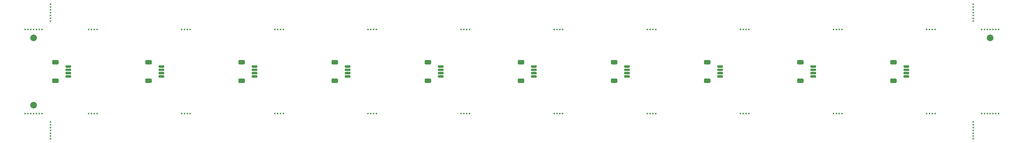
<source format=gts>
G04 #@! TF.GenerationSoftware,KiCad,Pcbnew,6.0.2+dfsg-1*
G04 #@! TF.CreationDate,2023-03-16T21:42:12-06:00*
G04 #@! TF.ProjectId,ckt-dingdong-spk-array,636b742d-6469-46e6-9764-6f6e672d7370,rev?*
G04 #@! TF.SameCoordinates,Original*
G04 #@! TF.FileFunction,Soldermask,Top*
G04 #@! TF.FilePolarity,Negative*
%FSLAX46Y46*%
G04 Gerber Fmt 4.6, Leading zero omitted, Abs format (unit mm)*
G04 Created by KiCad (PCBNEW 6.0.2+dfsg-1) date 2023-03-16 21:42:12*
%MOMM*%
%LPD*%
G01*
G04 APERTURE LIST*
%ADD10C,0.500000*%
%ADD11C,2.000000*%
G04 APERTURE END LIST*
D10*
X10070000Y-58946666D03*
X275500000Y-27620000D03*
G36*
G01*
X210327000Y-38443800D02*
X211577000Y-38443800D01*
G75*
G02*
X211803200Y-38670000I0J-226200D01*
G01*
X211803200Y-38970000D01*
G75*
G02*
X211577000Y-39196200I-226200J0D01*
G01*
X210327000Y-39196200D01*
G75*
G02*
X210100800Y-38970000I0J226200D01*
G01*
X210100800Y-38670000D01*
G75*
G02*
X210327000Y-38443800I226200J0D01*
G01*
G37*
G36*
G01*
X210327000Y-39443800D02*
X211577000Y-39443800D01*
G75*
G02*
X211803200Y-39670000I0J-226200D01*
G01*
X211803200Y-39970000D01*
G75*
G02*
X211577000Y-40196200I-226200J0D01*
G01*
X210327000Y-40196200D01*
G75*
G02*
X210100800Y-39970000I0J226200D01*
G01*
X210100800Y-39670000D01*
G75*
G02*
X210327000Y-39443800I226200J0D01*
G01*
G37*
G36*
G01*
X210327000Y-40443800D02*
X211577000Y-40443800D01*
G75*
G02*
X211803200Y-40670000I0J-226200D01*
G01*
X211803200Y-40970000D01*
G75*
G02*
X211577000Y-41196200I-226200J0D01*
G01*
X210327000Y-41196200D01*
G75*
G02*
X210100800Y-40970000I0J226200D01*
G01*
X210100800Y-40670000D01*
G75*
G02*
X210327000Y-40443800I226200J0D01*
G01*
G37*
G36*
G01*
X210327000Y-41443800D02*
X211577000Y-41443800D01*
G75*
G02*
X211803200Y-41670000I0J-226200D01*
G01*
X211803200Y-41970000D01*
G75*
G02*
X211577000Y-42196200I-226200J0D01*
G01*
X210327000Y-42196200D01*
G75*
G02*
X210100800Y-41970000I0J226200D01*
G01*
X210100800Y-41670000D01*
G75*
G02*
X210327000Y-41443800I226200J0D01*
G01*
G37*
G36*
G01*
X206427000Y-42443800D02*
X207727000Y-42443800D01*
G75*
G02*
X208053200Y-42770000I0J-326200D01*
G01*
X208053200Y-43470000D01*
G75*
G02*
X207727000Y-43796200I-326200J0D01*
G01*
X206427000Y-43796200D01*
G75*
G02*
X206100800Y-43470000I0J326200D01*
G01*
X206100800Y-42770000D01*
G75*
G02*
X206427000Y-42443800I326200J0D01*
G01*
G37*
G36*
G01*
X206427000Y-36843800D02*
X207727000Y-36843800D01*
G75*
G02*
X208053200Y-37170000I0J-326200D01*
G01*
X208053200Y-37870000D01*
G75*
G02*
X207727000Y-38196200I-326200J0D01*
G01*
X206427000Y-38196200D01*
G75*
G02*
X206100800Y-37870000I0J326200D01*
G01*
X206100800Y-37170000D01*
G75*
G02*
X206427000Y-36843800I326200J0D01*
G01*
G37*
X10070000Y-55560000D03*
X286930000Y-58100000D03*
X23193333Y-53020000D03*
X190833333Y-27620000D03*
X10070000Y-22540000D03*
X247560000Y-27620000D03*
X217926666Y-53020000D03*
X4990000Y-27620000D03*
X10070000Y-60640000D03*
X134106666Y-53020000D03*
X7530000Y-27620000D03*
G36*
G01*
X14747000Y-38443800D02*
X15997000Y-38443800D01*
G75*
G02*
X16223200Y-38670000I0J-226200D01*
G01*
X16223200Y-38970000D01*
G75*
G02*
X15997000Y-39196200I-226200J0D01*
G01*
X14747000Y-39196200D01*
G75*
G02*
X14520800Y-38970000I0J226200D01*
G01*
X14520800Y-38670000D01*
G75*
G02*
X14747000Y-38443800I226200J0D01*
G01*
G37*
G36*
G01*
X14747000Y-39443800D02*
X15997000Y-39443800D01*
G75*
G02*
X16223200Y-39670000I0J-226200D01*
G01*
X16223200Y-39970000D01*
G75*
G02*
X15997000Y-40196200I-226200J0D01*
G01*
X14747000Y-40196200D01*
G75*
G02*
X14520800Y-39970000I0J226200D01*
G01*
X14520800Y-39670000D01*
G75*
G02*
X14747000Y-39443800I226200J0D01*
G01*
G37*
G36*
G01*
X14747000Y-40443800D02*
X15997000Y-40443800D01*
G75*
G02*
X16223200Y-40670000I0J-226200D01*
G01*
X16223200Y-40970000D01*
G75*
G02*
X15997000Y-41196200I-226200J0D01*
G01*
X14747000Y-41196200D01*
G75*
G02*
X14520800Y-40970000I0J226200D01*
G01*
X14520800Y-40670000D01*
G75*
G02*
X14747000Y-40443800I226200J0D01*
G01*
G37*
G36*
G01*
X14747000Y-41443800D02*
X15997000Y-41443800D01*
G75*
G02*
X16223200Y-41670000I0J-226200D01*
G01*
X16223200Y-41970000D01*
G75*
G02*
X15997000Y-42196200I-226200J0D01*
G01*
X14747000Y-42196200D01*
G75*
G02*
X14520800Y-41970000I0J226200D01*
G01*
X14520800Y-41670000D01*
G75*
G02*
X14747000Y-41443800I226200J0D01*
G01*
G37*
G36*
G01*
X10847000Y-36843800D02*
X12147000Y-36843800D01*
G75*
G02*
X12473200Y-37170000I0J-326200D01*
G01*
X12473200Y-37870000D01*
G75*
G02*
X12147000Y-38196200I-326200J0D01*
G01*
X10847000Y-38196200D01*
G75*
G02*
X10520800Y-37870000I0J326200D01*
G01*
X10520800Y-37170000D01*
G75*
G02*
X10847000Y-36843800I326200J0D01*
G01*
G37*
G36*
G01*
X10847000Y-42443800D02*
X12147000Y-42443800D01*
G75*
G02*
X12473200Y-42770000I0J-326200D01*
G01*
X12473200Y-43470000D01*
G75*
G02*
X12147000Y-43796200I-326200J0D01*
G01*
X10847000Y-43796200D01*
G75*
G02*
X10520800Y-43470000I0J326200D01*
G01*
X10520800Y-42770000D01*
G75*
G02*
X10847000Y-42443800I326200J0D01*
G01*
G37*
X49440000Y-53020000D03*
X133260000Y-27620000D03*
X289470000Y-27620000D03*
X218773333Y-27620000D03*
X274653333Y-53020000D03*
X105320000Y-27620000D03*
X6683334Y-53020000D03*
X272960000Y-27620000D03*
X286930000Y-22540000D03*
X286930000Y-20000000D03*
G36*
G01*
X126507000Y-38443800D02*
X127757000Y-38443800D01*
G75*
G02*
X127983200Y-38670000I0J-226200D01*
G01*
X127983200Y-38970000D01*
G75*
G02*
X127757000Y-39196200I-226200J0D01*
G01*
X126507000Y-39196200D01*
G75*
G02*
X126280800Y-38970000I0J226200D01*
G01*
X126280800Y-38670000D01*
G75*
G02*
X126507000Y-38443800I226200J0D01*
G01*
G37*
G36*
G01*
X126507000Y-39443800D02*
X127757000Y-39443800D01*
G75*
G02*
X127983200Y-39670000I0J-226200D01*
G01*
X127983200Y-39970000D01*
G75*
G02*
X127757000Y-40196200I-226200J0D01*
G01*
X126507000Y-40196200D01*
G75*
G02*
X126280800Y-39970000I0J226200D01*
G01*
X126280800Y-39670000D01*
G75*
G02*
X126507000Y-39443800I226200J0D01*
G01*
G37*
G36*
G01*
X126507000Y-40443800D02*
X127757000Y-40443800D01*
G75*
G02*
X127983200Y-40670000I0J-226200D01*
G01*
X127983200Y-40970000D01*
G75*
G02*
X127757000Y-41196200I-226200J0D01*
G01*
X126507000Y-41196200D01*
G75*
G02*
X126280800Y-40970000I0J226200D01*
G01*
X126280800Y-40670000D01*
G75*
G02*
X126507000Y-40443800I226200J0D01*
G01*
G37*
G36*
G01*
X126507000Y-41443800D02*
X127757000Y-41443800D01*
G75*
G02*
X127983200Y-41670000I0J-226200D01*
G01*
X127983200Y-41970000D01*
G75*
G02*
X127757000Y-42196200I-226200J0D01*
G01*
X126507000Y-42196200D01*
G75*
G02*
X126280800Y-41970000I0J226200D01*
G01*
X126280800Y-41670000D01*
G75*
G02*
X126507000Y-41443800I226200J0D01*
G01*
G37*
G36*
G01*
X122607000Y-36843800D02*
X123907000Y-36843800D01*
G75*
G02*
X124233200Y-37170000I0J-326200D01*
G01*
X124233200Y-37870000D01*
G75*
G02*
X123907000Y-38196200I-326200J0D01*
G01*
X122607000Y-38196200D01*
G75*
G02*
X122280800Y-37870000I0J326200D01*
G01*
X122280800Y-37170000D01*
G75*
G02*
X122607000Y-36843800I326200J0D01*
G01*
G37*
G36*
G01*
X122607000Y-42443800D02*
X123907000Y-42443800D01*
G75*
G02*
X124233200Y-42770000I0J-326200D01*
G01*
X124233200Y-43470000D01*
G75*
G02*
X123907000Y-43796200I-326200J0D01*
G01*
X122607000Y-43796200D01*
G75*
G02*
X122280800Y-43470000I0J326200D01*
G01*
X122280800Y-42770000D01*
G75*
G02*
X122607000Y-42443800I326200J0D01*
G01*
G37*
X286930000Y-58946666D03*
X10070000Y-20846667D03*
X217926666Y-27620000D03*
X291163333Y-27620000D03*
X21500000Y-27620000D03*
X191680000Y-53020000D03*
X292856666Y-53020000D03*
X105320000Y-53020000D03*
X51133333Y-53020000D03*
X107860000Y-27620000D03*
X286930000Y-55560000D03*
X107013333Y-27620000D03*
X274653333Y-27620000D03*
X189986666Y-53020000D03*
X189140000Y-53020000D03*
X10070000Y-24233334D03*
X10070000Y-20000000D03*
X272960000Y-53020000D03*
X293703333Y-27620000D03*
X78226666Y-53020000D03*
X107013333Y-53020000D03*
G36*
G01*
X266207000Y-38443800D02*
X267457000Y-38443800D01*
G75*
G02*
X267683200Y-38670000I0J-226200D01*
G01*
X267683200Y-38970000D01*
G75*
G02*
X267457000Y-39196200I-226200J0D01*
G01*
X266207000Y-39196200D01*
G75*
G02*
X265980800Y-38970000I0J226200D01*
G01*
X265980800Y-38670000D01*
G75*
G02*
X266207000Y-38443800I226200J0D01*
G01*
G37*
G36*
G01*
X266207000Y-39443800D02*
X267457000Y-39443800D01*
G75*
G02*
X267683200Y-39670000I0J-226200D01*
G01*
X267683200Y-39970000D01*
G75*
G02*
X267457000Y-40196200I-226200J0D01*
G01*
X266207000Y-40196200D01*
G75*
G02*
X265980800Y-39970000I0J226200D01*
G01*
X265980800Y-39670000D01*
G75*
G02*
X266207000Y-39443800I226200J0D01*
G01*
G37*
G36*
G01*
X266207000Y-40443800D02*
X267457000Y-40443800D01*
G75*
G02*
X267683200Y-40670000I0J-226200D01*
G01*
X267683200Y-40970000D01*
G75*
G02*
X267457000Y-41196200I-226200J0D01*
G01*
X266207000Y-41196200D01*
G75*
G02*
X265980800Y-40970000I0J226200D01*
G01*
X265980800Y-40670000D01*
G75*
G02*
X266207000Y-40443800I226200J0D01*
G01*
G37*
G36*
G01*
X266207000Y-41443800D02*
X267457000Y-41443800D01*
G75*
G02*
X267683200Y-41670000I0J-226200D01*
G01*
X267683200Y-41970000D01*
G75*
G02*
X267457000Y-42196200I-226200J0D01*
G01*
X266207000Y-42196200D01*
G75*
G02*
X265980800Y-41970000I0J226200D01*
G01*
X265980800Y-41670000D01*
G75*
G02*
X266207000Y-41443800I226200J0D01*
G01*
G37*
G36*
G01*
X262307000Y-36843800D02*
X263607000Y-36843800D01*
G75*
G02*
X263933200Y-37170000I0J-326200D01*
G01*
X263933200Y-37870000D01*
G75*
G02*
X263607000Y-38196200I-326200J0D01*
G01*
X262307000Y-38196200D01*
G75*
G02*
X261980800Y-37870000I0J326200D01*
G01*
X261980800Y-37170000D01*
G75*
G02*
X262307000Y-36843800I326200J0D01*
G01*
G37*
G36*
G01*
X262307000Y-42443800D02*
X263607000Y-42443800D01*
G75*
G02*
X263933200Y-42770000I0J-326200D01*
G01*
X263933200Y-43470000D01*
G75*
G02*
X263607000Y-43796200I-326200J0D01*
G01*
X262307000Y-43796200D01*
G75*
G02*
X261980800Y-43470000I0J326200D01*
G01*
X261980800Y-42770000D01*
G75*
G02*
X262307000Y-42443800I326200J0D01*
G01*
G37*
X2450000Y-27620000D03*
X4143334Y-27620000D03*
X190833333Y-53020000D03*
X49440000Y-27620000D03*
X106166666Y-27620000D03*
X246713333Y-27620000D03*
X161200000Y-27620000D03*
X162046666Y-27620000D03*
X50286666Y-27620000D03*
X294550000Y-53020000D03*
X10070000Y-21693334D03*
X24040000Y-27620000D03*
X246713333Y-53020000D03*
X286930000Y-23386667D03*
X135800000Y-27620000D03*
X191680000Y-27620000D03*
X107860000Y-53020000D03*
X22346667Y-53020000D03*
X51980000Y-53020000D03*
X290316666Y-53020000D03*
X51980000Y-27620000D03*
X290316666Y-27620000D03*
X10070000Y-57253333D03*
X292010000Y-53020000D03*
X289470000Y-53020000D03*
G36*
G01*
X98567000Y-38443800D02*
X99817000Y-38443800D01*
G75*
G02*
X100043200Y-38670000I0J-226200D01*
G01*
X100043200Y-38970000D01*
G75*
G02*
X99817000Y-39196200I-226200J0D01*
G01*
X98567000Y-39196200D01*
G75*
G02*
X98340800Y-38970000I0J226200D01*
G01*
X98340800Y-38670000D01*
G75*
G02*
X98567000Y-38443800I226200J0D01*
G01*
G37*
G36*
G01*
X98567000Y-39443800D02*
X99817000Y-39443800D01*
G75*
G02*
X100043200Y-39670000I0J-226200D01*
G01*
X100043200Y-39970000D01*
G75*
G02*
X99817000Y-40196200I-226200J0D01*
G01*
X98567000Y-40196200D01*
G75*
G02*
X98340800Y-39970000I0J226200D01*
G01*
X98340800Y-39670000D01*
G75*
G02*
X98567000Y-39443800I226200J0D01*
G01*
G37*
G36*
G01*
X98567000Y-40443800D02*
X99817000Y-40443800D01*
G75*
G02*
X100043200Y-40670000I0J-226200D01*
G01*
X100043200Y-40970000D01*
G75*
G02*
X99817000Y-41196200I-226200J0D01*
G01*
X98567000Y-41196200D01*
G75*
G02*
X98340800Y-40970000I0J226200D01*
G01*
X98340800Y-40670000D01*
G75*
G02*
X98567000Y-40443800I226200J0D01*
G01*
G37*
G36*
G01*
X98567000Y-41443800D02*
X99817000Y-41443800D01*
G75*
G02*
X100043200Y-41670000I0J-226200D01*
G01*
X100043200Y-41970000D01*
G75*
G02*
X99817000Y-42196200I-226200J0D01*
G01*
X98567000Y-42196200D01*
G75*
G02*
X98340800Y-41970000I0J226200D01*
G01*
X98340800Y-41670000D01*
G75*
G02*
X98567000Y-41443800I226200J0D01*
G01*
G37*
G36*
G01*
X94667000Y-36843800D02*
X95967000Y-36843800D01*
G75*
G02*
X96293200Y-37170000I0J-326200D01*
G01*
X96293200Y-37870000D01*
G75*
G02*
X95967000Y-38196200I-326200J0D01*
G01*
X94667000Y-38196200D01*
G75*
G02*
X94340800Y-37870000I0J326200D01*
G01*
X94340800Y-37170000D01*
G75*
G02*
X94667000Y-36843800I326200J0D01*
G01*
G37*
G36*
G01*
X94667000Y-42443800D02*
X95967000Y-42443800D01*
G75*
G02*
X96293200Y-42770000I0J-326200D01*
G01*
X96293200Y-43470000D01*
G75*
G02*
X95967000Y-43796200I-326200J0D01*
G01*
X94667000Y-43796200D01*
G75*
G02*
X94340800Y-43470000I0J326200D01*
G01*
X94340800Y-42770000D01*
G75*
G02*
X94667000Y-42443800I326200J0D01*
G01*
G37*
X7530000Y-53020000D03*
X21500000Y-53020000D03*
X291163333Y-53020000D03*
X135800000Y-53020000D03*
X2450000Y-53020000D03*
X133260000Y-53020000D03*
X106166666Y-53020000D03*
X134953333Y-53020000D03*
X5836667Y-53020000D03*
X245020000Y-53020000D03*
X162893333Y-27620000D03*
X51133333Y-27620000D03*
X10070000Y-25080000D03*
G36*
G01*
X238267000Y-38443800D02*
X239517000Y-38443800D01*
G75*
G02*
X239743200Y-38670000I0J-226200D01*
G01*
X239743200Y-38970000D01*
G75*
G02*
X239517000Y-39196200I-226200J0D01*
G01*
X238267000Y-39196200D01*
G75*
G02*
X238040800Y-38970000I0J226200D01*
G01*
X238040800Y-38670000D01*
G75*
G02*
X238267000Y-38443800I226200J0D01*
G01*
G37*
G36*
G01*
X238267000Y-39443800D02*
X239517000Y-39443800D01*
G75*
G02*
X239743200Y-39670000I0J-226200D01*
G01*
X239743200Y-39970000D01*
G75*
G02*
X239517000Y-40196200I-226200J0D01*
G01*
X238267000Y-40196200D01*
G75*
G02*
X238040800Y-39970000I0J226200D01*
G01*
X238040800Y-39670000D01*
G75*
G02*
X238267000Y-39443800I226200J0D01*
G01*
G37*
G36*
G01*
X238267000Y-40443800D02*
X239517000Y-40443800D01*
G75*
G02*
X239743200Y-40670000I0J-226200D01*
G01*
X239743200Y-40970000D01*
G75*
G02*
X239517000Y-41196200I-226200J0D01*
G01*
X238267000Y-41196200D01*
G75*
G02*
X238040800Y-40970000I0J226200D01*
G01*
X238040800Y-40670000D01*
G75*
G02*
X238267000Y-40443800I226200J0D01*
G01*
G37*
G36*
G01*
X238267000Y-41443800D02*
X239517000Y-41443800D01*
G75*
G02*
X239743200Y-41670000I0J-226200D01*
G01*
X239743200Y-41970000D01*
G75*
G02*
X239517000Y-42196200I-226200J0D01*
G01*
X238267000Y-42196200D01*
G75*
G02*
X238040800Y-41970000I0J226200D01*
G01*
X238040800Y-41670000D01*
G75*
G02*
X238267000Y-41443800I226200J0D01*
G01*
G37*
G36*
G01*
X234367000Y-36843800D02*
X235667000Y-36843800D01*
G75*
G02*
X235993200Y-37170000I0J-326200D01*
G01*
X235993200Y-37870000D01*
G75*
G02*
X235667000Y-38196200I-326200J0D01*
G01*
X234367000Y-38196200D01*
G75*
G02*
X234040800Y-37870000I0J326200D01*
G01*
X234040800Y-37170000D01*
G75*
G02*
X234367000Y-36843800I326200J0D01*
G01*
G37*
G36*
G01*
X234367000Y-42443800D02*
X235667000Y-42443800D01*
G75*
G02*
X235993200Y-42770000I0J-326200D01*
G01*
X235993200Y-43470000D01*
G75*
G02*
X235667000Y-43796200I-326200J0D01*
G01*
X234367000Y-43796200D01*
G75*
G02*
X234040800Y-43470000I0J326200D01*
G01*
X234040800Y-42770000D01*
G75*
G02*
X234367000Y-42443800I326200J0D01*
G01*
G37*
D11*
X292010000Y-30160000D03*
D10*
X189140000Y-27620000D03*
X22346667Y-27620000D03*
X79073333Y-53020000D03*
X10070000Y-58100000D03*
X79920000Y-53020000D03*
X50286666Y-53020000D03*
X4990000Y-53020000D03*
X23193333Y-27620000D03*
X286930000Y-57253333D03*
X163740000Y-53020000D03*
X245020000Y-27620000D03*
X3296667Y-27620000D03*
X286930000Y-59793333D03*
X292856666Y-27620000D03*
X77380000Y-27620000D03*
G36*
G01*
X182387000Y-38443800D02*
X183637000Y-38443800D01*
G75*
G02*
X183863200Y-38670000I0J-226200D01*
G01*
X183863200Y-38970000D01*
G75*
G02*
X183637000Y-39196200I-226200J0D01*
G01*
X182387000Y-39196200D01*
G75*
G02*
X182160800Y-38970000I0J226200D01*
G01*
X182160800Y-38670000D01*
G75*
G02*
X182387000Y-38443800I226200J0D01*
G01*
G37*
G36*
G01*
X182387000Y-39443800D02*
X183637000Y-39443800D01*
G75*
G02*
X183863200Y-39670000I0J-226200D01*
G01*
X183863200Y-39970000D01*
G75*
G02*
X183637000Y-40196200I-226200J0D01*
G01*
X182387000Y-40196200D01*
G75*
G02*
X182160800Y-39970000I0J226200D01*
G01*
X182160800Y-39670000D01*
G75*
G02*
X182387000Y-39443800I226200J0D01*
G01*
G37*
G36*
G01*
X182387000Y-40443800D02*
X183637000Y-40443800D01*
G75*
G02*
X183863200Y-40670000I0J-226200D01*
G01*
X183863200Y-40970000D01*
G75*
G02*
X183637000Y-41196200I-226200J0D01*
G01*
X182387000Y-41196200D01*
G75*
G02*
X182160800Y-40970000I0J226200D01*
G01*
X182160800Y-40670000D01*
G75*
G02*
X182387000Y-40443800I226200J0D01*
G01*
G37*
G36*
G01*
X182387000Y-41443800D02*
X183637000Y-41443800D01*
G75*
G02*
X183863200Y-41670000I0J-226200D01*
G01*
X183863200Y-41970000D01*
G75*
G02*
X183637000Y-42196200I-226200J0D01*
G01*
X182387000Y-42196200D01*
G75*
G02*
X182160800Y-41970000I0J226200D01*
G01*
X182160800Y-41670000D01*
G75*
G02*
X182387000Y-41443800I226200J0D01*
G01*
G37*
G36*
G01*
X178487000Y-36843800D02*
X179787000Y-36843800D01*
G75*
G02*
X180113200Y-37170000I0J-326200D01*
G01*
X180113200Y-37870000D01*
G75*
G02*
X179787000Y-38196200I-326200J0D01*
G01*
X178487000Y-38196200D01*
G75*
G02*
X178160800Y-37870000I0J326200D01*
G01*
X178160800Y-37170000D01*
G75*
G02*
X178487000Y-36843800I326200J0D01*
G01*
G37*
G36*
G01*
X178487000Y-42443800D02*
X179787000Y-42443800D01*
G75*
G02*
X180113200Y-42770000I0J-326200D01*
G01*
X180113200Y-43470000D01*
G75*
G02*
X179787000Y-43796200I-326200J0D01*
G01*
X178487000Y-43796200D01*
G75*
G02*
X178160800Y-43470000I0J326200D01*
G01*
X178160800Y-42770000D01*
G75*
G02*
X178487000Y-42443800I326200J0D01*
G01*
G37*
X217080000Y-27620000D03*
X247560000Y-53020000D03*
X273806666Y-27620000D03*
X286930000Y-24233334D03*
X273806666Y-53020000D03*
X6683334Y-27620000D03*
G36*
G01*
X154447000Y-38443800D02*
X155697000Y-38443800D01*
G75*
G02*
X155923200Y-38670000I0J-226200D01*
G01*
X155923200Y-38970000D01*
G75*
G02*
X155697000Y-39196200I-226200J0D01*
G01*
X154447000Y-39196200D01*
G75*
G02*
X154220800Y-38970000I0J226200D01*
G01*
X154220800Y-38670000D01*
G75*
G02*
X154447000Y-38443800I226200J0D01*
G01*
G37*
G36*
G01*
X154447000Y-39443800D02*
X155697000Y-39443800D01*
G75*
G02*
X155923200Y-39670000I0J-226200D01*
G01*
X155923200Y-39970000D01*
G75*
G02*
X155697000Y-40196200I-226200J0D01*
G01*
X154447000Y-40196200D01*
G75*
G02*
X154220800Y-39970000I0J226200D01*
G01*
X154220800Y-39670000D01*
G75*
G02*
X154447000Y-39443800I226200J0D01*
G01*
G37*
G36*
G01*
X154447000Y-40443800D02*
X155697000Y-40443800D01*
G75*
G02*
X155923200Y-40670000I0J-226200D01*
G01*
X155923200Y-40970000D01*
G75*
G02*
X155697000Y-41196200I-226200J0D01*
G01*
X154447000Y-41196200D01*
G75*
G02*
X154220800Y-40970000I0J226200D01*
G01*
X154220800Y-40670000D01*
G75*
G02*
X154447000Y-40443800I226200J0D01*
G01*
G37*
G36*
G01*
X154447000Y-41443800D02*
X155697000Y-41443800D01*
G75*
G02*
X155923200Y-41670000I0J-226200D01*
G01*
X155923200Y-41970000D01*
G75*
G02*
X155697000Y-42196200I-226200J0D01*
G01*
X154447000Y-42196200D01*
G75*
G02*
X154220800Y-41970000I0J226200D01*
G01*
X154220800Y-41670000D01*
G75*
G02*
X154447000Y-41443800I226200J0D01*
G01*
G37*
G36*
G01*
X150547000Y-42443800D02*
X151847000Y-42443800D01*
G75*
G02*
X152173200Y-42770000I0J-326200D01*
G01*
X152173200Y-43470000D01*
G75*
G02*
X151847000Y-43796200I-326200J0D01*
G01*
X150547000Y-43796200D01*
G75*
G02*
X150220800Y-43470000I0J326200D01*
G01*
X150220800Y-42770000D01*
G75*
G02*
X150547000Y-42443800I326200J0D01*
G01*
G37*
G36*
G01*
X150547000Y-36843800D02*
X151847000Y-36843800D01*
G75*
G02*
X152173200Y-37170000I0J-326200D01*
G01*
X152173200Y-37870000D01*
G75*
G02*
X151847000Y-38196200I-326200J0D01*
G01*
X150547000Y-38196200D01*
G75*
G02*
X150220800Y-37870000I0J326200D01*
G01*
X150220800Y-37170000D01*
G75*
G02*
X150547000Y-36843800I326200J0D01*
G01*
G37*
X245866666Y-53020000D03*
X78226666Y-27620000D03*
X286930000Y-25080000D03*
X77380000Y-53020000D03*
X162893333Y-53020000D03*
X79073333Y-27620000D03*
X10070000Y-59793333D03*
X286930000Y-20846667D03*
D11*
X4990000Y-50480000D03*
D10*
X189986666Y-27620000D03*
G36*
G01*
X70627000Y-38443800D02*
X71877000Y-38443800D01*
G75*
G02*
X72103200Y-38670000I0J-226200D01*
G01*
X72103200Y-38970000D01*
G75*
G02*
X71877000Y-39196200I-226200J0D01*
G01*
X70627000Y-39196200D01*
G75*
G02*
X70400800Y-38970000I0J226200D01*
G01*
X70400800Y-38670000D01*
G75*
G02*
X70627000Y-38443800I226200J0D01*
G01*
G37*
G36*
G01*
X70627000Y-39443800D02*
X71877000Y-39443800D01*
G75*
G02*
X72103200Y-39670000I0J-226200D01*
G01*
X72103200Y-39970000D01*
G75*
G02*
X71877000Y-40196200I-226200J0D01*
G01*
X70627000Y-40196200D01*
G75*
G02*
X70400800Y-39970000I0J226200D01*
G01*
X70400800Y-39670000D01*
G75*
G02*
X70627000Y-39443800I226200J0D01*
G01*
G37*
G36*
G01*
X70627000Y-40443800D02*
X71877000Y-40443800D01*
G75*
G02*
X72103200Y-40670000I0J-226200D01*
G01*
X72103200Y-40970000D01*
G75*
G02*
X71877000Y-41196200I-226200J0D01*
G01*
X70627000Y-41196200D01*
G75*
G02*
X70400800Y-40970000I0J226200D01*
G01*
X70400800Y-40670000D01*
G75*
G02*
X70627000Y-40443800I226200J0D01*
G01*
G37*
G36*
G01*
X70627000Y-41443800D02*
X71877000Y-41443800D01*
G75*
G02*
X72103200Y-41670000I0J-226200D01*
G01*
X72103200Y-41970000D01*
G75*
G02*
X71877000Y-42196200I-226200J0D01*
G01*
X70627000Y-42196200D01*
G75*
G02*
X70400800Y-41970000I0J226200D01*
G01*
X70400800Y-41670000D01*
G75*
G02*
X70627000Y-41443800I226200J0D01*
G01*
G37*
G36*
G01*
X66727000Y-42443800D02*
X68027000Y-42443800D01*
G75*
G02*
X68353200Y-42770000I0J-326200D01*
G01*
X68353200Y-43470000D01*
G75*
G02*
X68027000Y-43796200I-326200J0D01*
G01*
X66727000Y-43796200D01*
G75*
G02*
X66400800Y-43470000I0J326200D01*
G01*
X66400800Y-42770000D01*
G75*
G02*
X66727000Y-42443800I326200J0D01*
G01*
G37*
G36*
G01*
X66727000Y-36843800D02*
X68027000Y-36843800D01*
G75*
G02*
X68353200Y-37170000I0J-326200D01*
G01*
X68353200Y-37870000D01*
G75*
G02*
X68027000Y-38196200I-326200J0D01*
G01*
X66727000Y-38196200D01*
G75*
G02*
X66400800Y-37870000I0J326200D01*
G01*
X66400800Y-37170000D01*
G75*
G02*
X66727000Y-36843800I326200J0D01*
G01*
G37*
X245866666Y-27620000D03*
X5836667Y-27620000D03*
X218773333Y-53020000D03*
X134106666Y-27620000D03*
X3296667Y-53020000D03*
X219620000Y-27620000D03*
X79920000Y-27620000D03*
X134953333Y-27620000D03*
X163740000Y-27620000D03*
X292010000Y-27620000D03*
X161200000Y-53020000D03*
X293703333Y-53020000D03*
X10070000Y-23386667D03*
X10070000Y-56406666D03*
X286930000Y-21693334D03*
X294550000Y-27620000D03*
G36*
G01*
X42687000Y-38443800D02*
X43937000Y-38443800D01*
G75*
G02*
X44163200Y-38670000I0J-226200D01*
G01*
X44163200Y-38970000D01*
G75*
G02*
X43937000Y-39196200I-226200J0D01*
G01*
X42687000Y-39196200D01*
G75*
G02*
X42460800Y-38970000I0J226200D01*
G01*
X42460800Y-38670000D01*
G75*
G02*
X42687000Y-38443800I226200J0D01*
G01*
G37*
G36*
G01*
X42687000Y-39443800D02*
X43937000Y-39443800D01*
G75*
G02*
X44163200Y-39670000I0J-226200D01*
G01*
X44163200Y-39970000D01*
G75*
G02*
X43937000Y-40196200I-226200J0D01*
G01*
X42687000Y-40196200D01*
G75*
G02*
X42460800Y-39970000I0J226200D01*
G01*
X42460800Y-39670000D01*
G75*
G02*
X42687000Y-39443800I226200J0D01*
G01*
G37*
G36*
G01*
X42687000Y-40443800D02*
X43937000Y-40443800D01*
G75*
G02*
X44163200Y-40670000I0J-226200D01*
G01*
X44163200Y-40970000D01*
G75*
G02*
X43937000Y-41196200I-226200J0D01*
G01*
X42687000Y-41196200D01*
G75*
G02*
X42460800Y-40970000I0J226200D01*
G01*
X42460800Y-40670000D01*
G75*
G02*
X42687000Y-40443800I226200J0D01*
G01*
G37*
G36*
G01*
X42687000Y-41443800D02*
X43937000Y-41443800D01*
G75*
G02*
X44163200Y-41670000I0J-226200D01*
G01*
X44163200Y-41970000D01*
G75*
G02*
X43937000Y-42196200I-226200J0D01*
G01*
X42687000Y-42196200D01*
G75*
G02*
X42460800Y-41970000I0J226200D01*
G01*
X42460800Y-41670000D01*
G75*
G02*
X42687000Y-41443800I226200J0D01*
G01*
G37*
G36*
G01*
X38787000Y-36843800D02*
X40087000Y-36843800D01*
G75*
G02*
X40413200Y-37170000I0J-326200D01*
G01*
X40413200Y-37870000D01*
G75*
G02*
X40087000Y-38196200I-326200J0D01*
G01*
X38787000Y-38196200D01*
G75*
G02*
X38460800Y-37870000I0J326200D01*
G01*
X38460800Y-37170000D01*
G75*
G02*
X38787000Y-36843800I326200J0D01*
G01*
G37*
G36*
G01*
X38787000Y-42443800D02*
X40087000Y-42443800D01*
G75*
G02*
X40413200Y-42770000I0J-326200D01*
G01*
X40413200Y-43470000D01*
G75*
G02*
X40087000Y-43796200I-326200J0D01*
G01*
X38787000Y-43796200D01*
G75*
G02*
X38460800Y-43470000I0J326200D01*
G01*
X38460800Y-42770000D01*
G75*
G02*
X38787000Y-42443800I326200J0D01*
G01*
G37*
X275500000Y-53020000D03*
X219620000Y-53020000D03*
X162046666Y-53020000D03*
D11*
X4990000Y-30160000D03*
D10*
X286930000Y-60640000D03*
X286930000Y-56406666D03*
X217080000Y-53020000D03*
X24040000Y-53020000D03*
X4143334Y-53020000D03*
M02*

</source>
